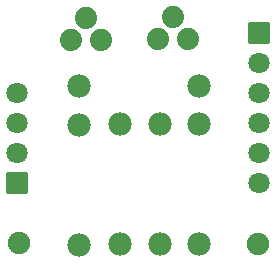
<source format=gts>
G04 Layer: TopSolderMaskLayer*
G04 EasyEDA Pro v2.2.40.8, 2025-10-31 20:06:03*
G04 Gerber Generator version 0.3*
G04 Scale: 100 percent, Rotated: No, Reflected: No*
G04 Dimensions in millimeters*
G04 Leading zeros omitted, absolute positions, 4 integers and 5 decimals*
G04 Generated by one-click*
%FSLAX45Y45*%
%MOMM*%
%AMRoundRect*1,1,$1,$2,$3*1,1,$1,$4,$5*1,1,$1,0-$2,0-$3*1,1,$1,0-$4,0-$5*20,1,$1,$2,$3,$4,$5,0*20,1,$1,$4,$5,0-$2,0-$3,0*20,1,$1,0-$2,0-$3,0-$4,0-$5,0*20,1,$1,0-$4,0-$5,$2,$3,0*4,1,4,$2,$3,$4,$5,0-$2,0-$3,0-$4,0-$5,$2,$3,0*%
%ADD10C,1.9812*%
%ADD11RoundRect,0.09618X-0.85271X-0.85271X-0.85271X0.85271*%
%ADD12C,1.8016*%
%ADD13C,1.9032*%
%ADD14C,1.8796*%
%ADD15C,0.7466*%
G75*


G04 Pad Start*
G54D10*
G01X-1770196Y369799D03*
G01X-1770196Y1385799D03*
G01X-757284Y1390375D03*
G01X-757284Y374375D03*
G01X-1772371Y1713625D03*
G01X-756371Y1713625D03*
G01X-1084418Y375390D03*
G01X-1084418Y1391390D03*
G01X-1424260Y374879D03*
G01X-1424260Y1390879D03*
G54D11*
G01X-2294622Y891776D03*
G54D12*
G01X-2294622Y1145776D03*
G01X-2294622Y1399776D03*
G01X-2294622Y1653776D03*
G54D11*
G01X-248985Y2162724D03*
G54D12*
G01X-248985Y1908724D03*
G01X-248985Y1654724D03*
G01X-248985Y1400724D03*
G01X-248985Y1146724D03*
G01X-248985Y892724D03*
G54D13*
G01X-256008Y377128D03*
G01X-2275596Y388554D03*
G54D14*
G01X-1588620Y2103573D03*
G01X-1715620Y2294073D03*
G01X-1842620Y2103573D03*
G01X-845429Y2112170D03*
G01X-972429Y2302670D03*
G01X-1099429Y2112170D03*
G04 Pad End*

M02*


</source>
